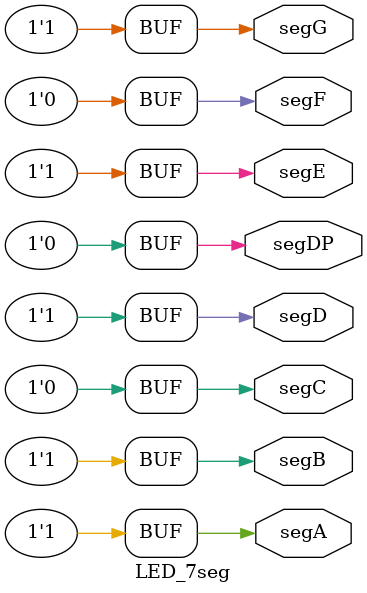
<source format=v>

module LED_7seg(segA, segB, segC, segD, segE, segF, segG, segDP);
output segA, segB, segC, segD, segE, segF, segG, segDP;

assign {segA, segB, segC, segD, segE, segF, segG, segDP} = 8'b11011010;   // light the leds to display '2'
endmodule

</source>
